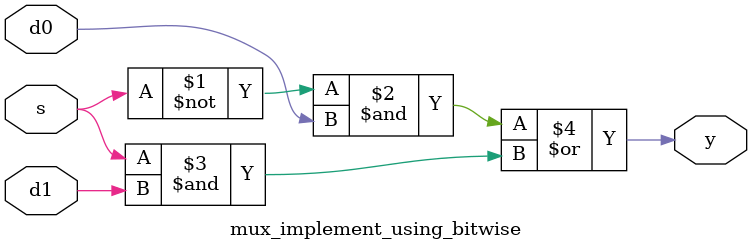
<source format=v>
`timescale 1ns / 1ps


module mux_implement_using_bitwise(
input s,d0,d1,
output y );

assign y = (~s & d0)|(s & d1 );

endmodule

</source>
